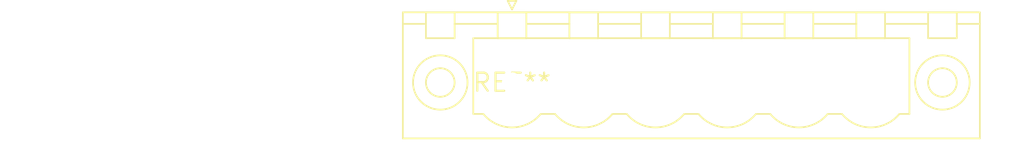
<source format=kicad_pcb>
(kicad_pcb (version 20240108) (generator pcbnew)
  (layers (0 "F.Cu" signal) (31 "B.Cu" signal) (34 "B.Paste" user) (35 "F.Paste" user) (36 "B.SilkS" user "B.Silkscreen") (37 "F.SilkS" user "F.Silkscreen") (38 "B.Mask" user) (39 "F.Mask" user) (44 "Edge.Cuts" user))
  (net 0 "")
  (footprint "PhoenixContact_MSTBV_2,5_6-GF_1x06_P5.00mm_Vertical_ThreadedFlange" (layer "F.Cu") (at 0 0)
    (property "Reference" "REF**")
    (property "Value" "PhoenixContact_MSTBV_2,5_6-GF_1x06_P5.00mm_Vertical_ThreadedFlange")
    (fp_line (start -7.61 -4.91) (end -7.61 3.91) (layer "F.SilkS") (stroke (width 0.12)))
    (fp_line (start -7.61 -4.1) (end -6.11 -4.1) (layer "F.SilkS") (stroke (width 0.12)))
    (fp_line (start -7.61 3.91) (end 32.61 3.91) (layer "F.SilkS") (stroke (width 0.12)))
    (fp_line (start -6 -4.91) (end -4 -4.91) (layer "F.SilkS") (stroke (width 0.12)))
    (fp_line (start -6 -3.1) (end -6 -4.91) (layer "F.SilkS") (stroke (width 0.12)))
    (fp_line (start -4 -4.91) (end -4 -3.1) (layer "F.SilkS") (stroke (width 0.12)))
    (fp_line (start -4 -4.1) (end -1 -4.1) (layer "F.SilkS") (stroke (width 0.12)))
    (fp_line (start -4 -3.1) (end -6 -3.1) (layer "F.SilkS") (stroke (width 0.12)))
    (fp_line (start -2.7 -3.1) (end 27.7 -3.1) (layer "F.SilkS") (stroke (width 0.12)))
    (fp_line (start -2.7 2.2) (end -2.7 -3.1) (layer "F.SilkS") (stroke (width 0.12)))
    (fp_line (start -2 2.2) (end -2.7 2.2) (layer "F.SilkS") (stroke (width 0.12)))
    (fp_line (start -1 -4.91) (end 1 -4.91) (layer "F.SilkS") (stroke (width 0.12)))
    (fp_line (start -1 -3.1) (end -1 -4.91) (layer "F.SilkS") (stroke (width 0.12)))
    (fp_line (start -0.3 -5.71) (end 0.3 -5.71) (layer "F.SilkS") (stroke (width 0.12)))
    (fp_line (start 0 -5.11) (end -0.3 -5.71) (layer "F.SilkS") (stroke (width 0.12)))
    (fp_line (start 0.3 -5.71) (end 0 -5.11) (layer "F.SilkS") (stroke (width 0.12)))
    (fp_line (start 1 -4.91) (end 1 -3.1) (layer "F.SilkS") (stroke (width 0.12)))
    (fp_line (start 1 -4.1) (end 4 -4.1) (layer "F.SilkS") (stroke (width 0.12)))
    (fp_line (start 1 -3.1) (end -1 -3.1) (layer "F.SilkS") (stroke (width 0.12)))
    (fp_line (start 2 2.2) (end 3 2.2) (layer "F.SilkS") (stroke (width 0.12)))
    (fp_line (start 4 -4.91) (end 6 -4.91) (layer "F.SilkS") (stroke (width 0.12)))
    (fp_line (start 4 -3.1) (end 4 -4.91) (layer "F.SilkS") (stroke (width 0.12)))
    (fp_line (start 6 -4.91) (end 6 -3.1) (layer "F.SilkS") (stroke (width 0.12)))
    (fp_line (start 6 -4.1) (end 9 -4.1) (layer "F.SilkS") (stroke (width 0.12)))
    (fp_line (start 6 -3.1) (end 4 -3.1) (layer "F.SilkS") (stroke (width 0.12)))
    (fp_line (start 7 2.2) (end 8 2.2) (layer "F.SilkS") (stroke (width 0.12)))
    (fp_line (start 9 -4.91) (end 11 -4.91) (layer "F.SilkS") (stroke (width 0.12)))
    (fp_line (start 9 -3.1) (end 9 -4.91) (layer "F.SilkS") (stroke (width 0.12)))
    (fp_line (start 11 -4.91) (end 11 -3.1) (layer "F.SilkS") (stroke (width 0.12)))
    (fp_line (start 11 -4.1) (end 14 -4.1) (layer "F.SilkS") (stroke (width 0.12)))
    (fp_line (start 11 -3.1) (end 9 -3.1) (layer "F.SilkS") (stroke (width 0.12)))
    (fp_line (start 12 2.2) (end 13 2.2) (layer "F.SilkS") (stroke (width 0.12)))
    (fp_line (start 14 -4.91) (end 16 -4.91) (layer "F.SilkS") (stroke (width 0.12)))
    (fp_line (start 14 -3.1) (end 14 -4.91) (layer "F.SilkS") (stroke (width 0.12)))
    (fp_line (start 16 -4.91) (end 16 -3.1) (layer "F.SilkS") (stroke (width 0.12)))
    (fp_line (start 16 -4.1) (end 19 -4.1) (layer "F.SilkS") (stroke (width 0.12)))
    (fp_line (start 16 -3.1) (end 14 -3.1) (layer "F.SilkS") (stroke (width 0.12)))
    (fp_line (start 17 2.2) (end 18 2.2) (layer "F.SilkS") (stroke (width 0.12)))
    (fp_line (start 19 -4.91) (end 21 -4.91) (layer "F.SilkS") (stroke (width 0.12)))
    (fp_line (start 19 -3.1) (end 19 -4.91) (layer "F.SilkS") (stroke (width 0.12)))
    (fp_line (start 21 -4.91) (end 21 -3.1) (layer "F.SilkS") (stroke (width 0.12)))
    (fp_line (start 21 -4.1) (end 24 -4.1) (layer "F.SilkS") (stroke (width 0.12)))
    (fp_line (start 21 -3.1) (end 19 -3.1) (layer "F.SilkS") (stroke (width 0.12)))
    (fp_line (start 22 2.2) (end 23 2.2) (layer "F.SilkS") (stroke (width 0.12)))
    (fp_line (start 24 -4.91) (end 26 -4.91) (layer "F.SilkS") (stroke (width 0.12)))
    (fp_line (start 24 -3.1) (end 24 -4.91) (layer "F.SilkS") (stroke (width 0.12)))
    (fp_line (start 26 -4.91) (end 26 -3.1) (layer "F.SilkS") (stroke (width 0.12)))
    (fp_line (start 26 -4.1) (end 29 -4.1) (layer "F.SilkS") (stroke (width 0.12)))
    (fp_line (start 26 -3.1) (end 24 -3.1) (layer "F.SilkS") (stroke (width 0.12)))
    (fp_line (start 27.7 -3.1) (end 27.7 2.2) (layer "F.SilkS") (stroke (width 0.12)))
    (fp_line (start 27.7 2.2) (end 27 2.2) (layer "F.SilkS") (stroke (width 0.12)))
    (fp_line (start 29 -4.91) (end 31 -4.91) (layer "F.SilkS") (stroke (width 0.12)))
    (fp_line (start 29 -3.1) (end 29 -4.91) (layer "F.SilkS") (stroke (width 0.12)))
    (fp_line (start 31 -4.91) (end 31 -3.1) (layer "F.SilkS") (stroke (width 0.12)))
    (fp_line (start 31 -3.1) (end 29 -3.1) (layer "F.SilkS") (stroke (width 0.12)))
    (fp_line (start 32.61 -4.91) (end -7.61 -4.91) (layer "F.SilkS") (stroke (width 0.12)))
    (fp_line (start 32.61 -4.1) (end 31.11 -4.1) (layer "F.SilkS") (stroke (width 0.12)))
    (fp_line (start 32.61 3.91) (end 32.61 -4.91) (layer "F.SilkS") (stroke (width 0.12)))
    (fp_arc (start 1.986842 2.215821) (mid -0.010289 3.142758) (end -2 2.2) (layer "F.SilkS") (stroke (width 0.12)))
    (fp_arc (start 6.986842 2.215821) (mid 4.989711 3.142758) (end 3 2.2) (layer "F.SilkS") (stroke (width 0.12)))
    (fp_arc (start 11.986842 2.215821) (mid 9.989711 3.142758) (end 8 2.2) (layer "F.SilkS") (stroke (width 0.12)))
    (fp_arc (start 16.986842 2.215821) (mid 14.989711 3.142758) (end 13 2.2) (layer "F.SilkS") (stroke (width 0.12)))
    (fp_arc (start 21.986842 2.215821) (mid 19.989711 3.142758) (end 18 2.2) (layer "F.SilkS") (stroke (width 0.12)))
    (fp_arc (start 26.986842 2.215821) (mid 24.989711 3.142758) (end 23 2.2) (layer "F.SilkS") (stroke (width 0.12)))
    (fp_circle (center -5 0) (end -4 0) (layer "F.SilkS") (stroke (width 0.12)) (fill none))
    (fp_circle (center -5 0) (end -3.1 0) (layer "F.SilkS") (stroke (width 0.12)) (fill none))
    (fp_circle (center 30 0) (end 31 0) (layer "F.SilkS") (stroke (width 0.12)) (fill none))
    (fp_circle (center 30 0) (end 31.9 0) (layer "F.SilkS") (stroke (width 0.12)) (fill none))
    (pad "1" thru_hole roundrect (at 0 0) (size 2 3.6) (drill 1.4) (layers *.Cu *.Mask) (remove_unused_layers) (roundrect_rratio 0.125))
    (pad "2" thru_hole oval (at 5 0) (size 2 3.6) (drill 1.4) (layers *.Cu *.Mask) (remove_unused_layers))
    (pad "3" thru_hole oval (at 10 0) (size 2 3.6) (drill 1.4) (layers *.Cu *.Mask) (remove_unused_layers))
    (pad "4" thru_hole oval (at 15 0) (size 2 3.6) (drill 1.4) (layers *.Cu *.Mask) (remove_unused_layers))
    (pad "5" thru_hole oval (at 20 0) (size 2 3.6) (drill 1.4) (layers *.Cu *.Mask) (remove_unused_layers))
    (pad "6" thru_hole oval (at 25 0) (size 2 3.6) (drill 1.4) (layers *.Cu *.Mask) (remove_unused_layers))
  )
)
</source>
